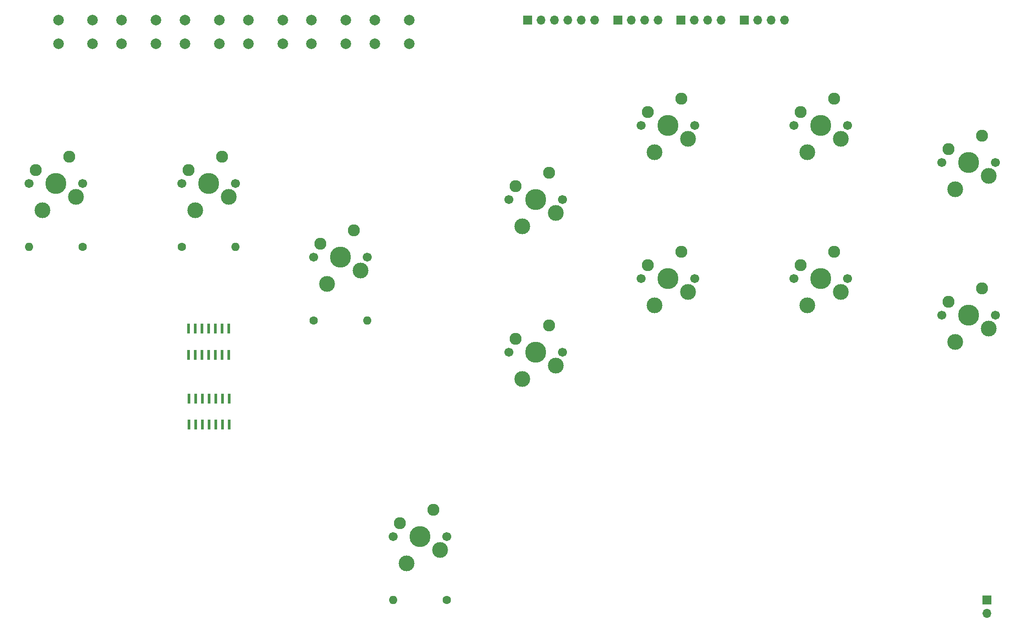
<source format=gbr>
%TF.GenerationSoftware,KiCad,Pcbnew,7.0.2*%
%TF.CreationDate,2023-09-05T17:50:18-07:00*%
%TF.ProjectId,takupcb-r2,74616b75-7063-4622-9d72-322e6b696361,rev?*%
%TF.SameCoordinates,Original*%
%TF.FileFunction,Soldermask,Top*%
%TF.FilePolarity,Negative*%
%FSLAX46Y46*%
G04 Gerber Fmt 4.6, Leading zero omitted, Abs format (unit mm)*
G04 Created by KiCad (PCBNEW 7.0.2) date 2023-09-05 17:50:18*
%MOMM*%
%LPD*%
G01*
G04 APERTURE LIST*
%ADD10C,1.701800*%
%ADD11C,3.000000*%
%ADD12C,3.987800*%
%ADD13C,2.286000*%
%ADD14C,2.000000*%
%ADD15R,1.700000X1.700000*%
%ADD16O,1.700000X1.700000*%
%ADD17R,0.558800X1.981200*%
%ADD18C,1.600000*%
%ADD19O,1.600000X1.600000*%
G04 APERTURE END LIST*
D10*
%TO.C,\u2193*%
X67420000Y-61000000D03*
D11*
X69960000Y-66080000D03*
D12*
X72500000Y-61000000D03*
D11*
X76310000Y-63540000D03*
D10*
X77580000Y-61000000D03*
D13*
X75040000Y-55920000D03*
X68690000Y-58460000D03*
%TD*%
%TO.C,O*%
X155690000Y-76460000D03*
X162040000Y-73920000D03*
D10*
X164580000Y-79000000D03*
D11*
X163310000Y-81540000D03*
D12*
X159500000Y-79000000D03*
D11*
X156960000Y-84080000D03*
D10*
X154420000Y-79000000D03*
%TD*%
D14*
%TO.C,L3*%
X80000000Y-30000000D03*
X86500000Y-30000000D03*
X80000000Y-34500000D03*
X86500000Y-34500000D03*
%TD*%
%TO.C,R3*%
X92000000Y-30000000D03*
X98500000Y-30000000D03*
X92000000Y-34500000D03*
X98500000Y-34500000D03*
%TD*%
D15*
%TO.C,SIDE*%
X132920000Y-30000000D03*
D16*
X135460000Y-30000000D03*
X138000000Y-30000000D03*
X140540000Y-30000000D03*
X143080000Y-30000000D03*
X145620000Y-30000000D03*
%TD*%
D14*
%TO.C,PS*%
X44000000Y-30000000D03*
X50500000Y-30000000D03*
X44000000Y-34500000D03*
X50500000Y-34500000D03*
%TD*%
D17*
%TO.C,U+D = N*%
X68727400Y-106713800D03*
X69997400Y-106713800D03*
X71267400Y-106713800D03*
X72537400Y-106713800D03*
X73807400Y-106713800D03*
X75077400Y-106713800D03*
X76347400Y-106713800D03*
X76347400Y-101786200D03*
X75077400Y-101786200D03*
X73807400Y-101786200D03*
X72537400Y-101786200D03*
X71267400Y-101786200D03*
X69997400Y-101786200D03*
X68727400Y-101786200D03*
%TD*%
D10*
%TO.C,\u25A1*%
X129420000Y-64000000D03*
D11*
X131960000Y-69080000D03*
D12*
X134500000Y-64000000D03*
D11*
X138310000Y-66540000D03*
D10*
X139580000Y-64000000D03*
D13*
X137040000Y-58920000D03*
X130690000Y-61460000D03*
%TD*%
D10*
%TO.C,X*%
X129420000Y-93000000D03*
D11*
X131960000Y-98080000D03*
D12*
X134500000Y-93000000D03*
D11*
X138310000Y-95540000D03*
D10*
X139580000Y-93000000D03*
D13*
X137040000Y-87920000D03*
X130690000Y-90460000D03*
%TD*%
D10*
%TO.C,\u2190*%
X38420000Y-61000000D03*
D11*
X40960000Y-66080000D03*
D12*
X43500000Y-61000000D03*
D11*
X47310000Y-63540000D03*
D10*
X48580000Y-61000000D03*
D13*
X46040000Y-55920000D03*
X39690000Y-58460000D03*
%TD*%
D15*
%TO.C,SHOULDER*%
X174000000Y-30000000D03*
D16*
X176540000Y-30000000D03*
X179080000Y-30000000D03*
X181620000Y-30000000D03*
%TD*%
D10*
%TO.C,L2*%
X183420000Y-79000000D03*
D11*
X185960000Y-84080000D03*
D12*
X188500000Y-79000000D03*
D11*
X192310000Y-81540000D03*
D10*
X193580000Y-79000000D03*
D13*
X191040000Y-73920000D03*
X184690000Y-76460000D03*
%TD*%
D14*
%TO.C,TOUCH*%
X104000000Y-30000000D03*
X110500000Y-30000000D03*
X104000000Y-34500000D03*
X110500000Y-34500000D03*
%TD*%
D10*
%TO.C,\u2191*%
X107420000Y-128000000D03*
D11*
X109960000Y-133080000D03*
D12*
X112500000Y-128000000D03*
D11*
X116310000Y-130540000D03*
D10*
X117580000Y-128000000D03*
D13*
X115040000Y-122920000D03*
X108690000Y-125460000D03*
%TD*%
D10*
%TO.C,\u2192*%
X92420000Y-75000000D03*
D11*
X94960000Y-80080000D03*
D12*
X97500000Y-75000000D03*
D11*
X101310000Y-77540000D03*
D10*
X102580000Y-75000000D03*
D13*
X100040000Y-69920000D03*
X93690000Y-72460000D03*
%TD*%
D10*
%TO.C,R1*%
X211420000Y-57000000D03*
D11*
X213960000Y-62080000D03*
D12*
X216500000Y-57000000D03*
D11*
X220310000Y-59540000D03*
D10*
X221580000Y-57000000D03*
D13*
X219040000Y-51920000D03*
X212690000Y-54460000D03*
%TD*%
D14*
%TO.C,OPTION*%
X68000000Y-30000000D03*
X74500000Y-30000000D03*
X68000000Y-34500000D03*
X74500000Y-34500000D03*
%TD*%
D10*
%TO.C,L1*%
X183420000Y-50000000D03*
D11*
X185960000Y-55080000D03*
D12*
X188500000Y-50000000D03*
D11*
X192310000Y-52540000D03*
D10*
X193580000Y-50000000D03*
D13*
X191040000Y-44920000D03*
X184690000Y-47460000D03*
%TD*%
D10*
%TO.C,\u25B3*%
X154420000Y-50000000D03*
D11*
X156960000Y-55080000D03*
D12*
X159500000Y-50000000D03*
D11*
X163310000Y-52540000D03*
D10*
X164580000Y-50000000D03*
D13*
X162040000Y-44920000D03*
X155690000Y-47460000D03*
%TD*%
%TO.C,R2*%
X212690000Y-83460000D03*
X219040000Y-80920000D03*
D10*
X221580000Y-86000000D03*
D11*
X220310000Y-88540000D03*
D12*
X216500000Y-86000000D03*
D11*
X213960000Y-91080000D03*
D10*
X211420000Y-86000000D03*
%TD*%
D15*
%TO.C,FACE*%
X162000000Y-30000000D03*
D16*
X164540000Y-30000000D03*
X167080000Y-30000000D03*
X169620000Y-30000000D03*
%TD*%
D18*
%TO.C,10K*%
X117580000Y-140000000D03*
D19*
X107420000Y-140000000D03*
%TD*%
D18*
%TO.C,10K*%
X48580000Y-73000000D03*
D19*
X38420000Y-73000000D03*
%TD*%
D17*
%TO.C,L+R = N*%
X68690000Y-93463800D03*
X69960000Y-93463800D03*
X71230000Y-93463800D03*
X72500000Y-93463800D03*
X73770000Y-93463800D03*
X75040000Y-93463800D03*
X76310000Y-93463800D03*
X76310000Y-88536200D03*
X75040000Y-88536200D03*
X73770000Y-88536200D03*
X72500000Y-88536200D03*
X71230000Y-88536200D03*
X69960000Y-88536200D03*
X68690000Y-88536200D03*
%TD*%
D18*
%TO.C,10K*%
X92420000Y-87000000D03*
D19*
X102580000Y-87000000D03*
%TD*%
D15*
%TO.C,1.8V/GND*%
X220000000Y-140000000D03*
D16*
X220000000Y-142540000D03*
%TD*%
D15*
%TO.C,DPAD*%
X150000000Y-30000000D03*
D16*
X152540000Y-30000000D03*
X155080000Y-30000000D03*
X157620000Y-30000000D03*
%TD*%
D18*
%TO.C,10K*%
X67420000Y-73000000D03*
D19*
X77580000Y-73000000D03*
%TD*%
D14*
%TO.C,SHARE*%
X56000000Y-30000000D03*
X62500000Y-30000000D03*
X56000000Y-34500000D03*
X62500000Y-34500000D03*
%TD*%
M02*

</source>
